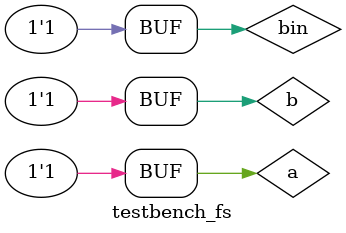
<source format=v>
module fs (d, bout, a, b, bin);

input a, b, bin;
output d, bout;
wire w0, w1, w2, w3, w4;

xor x1(w0, a, b);
not n1(w1, a);
and a1(w2, b, w1);
xor x2(d, w0, bin);
not n2(w3, w0);
and a2(w4, bin, w3);
or o1(bout, w4, w2);

endmodule

// Most. Sabrina Naorin Sumona
// ID 181472565

module testbench_fs;

reg a, b, bin;
wire d, bout;
fs f(d, bout, a, b, bin);
initial 
begin
a = 1'b0; b = 1'b0; bin = 1'b0;
#10; a = 1'b0; b = 1'b0; bin = 1'b1;
#10; a = 1'b0; b = 1'b1; bin = 1'b0;
#10; a = 1'b0; b = 1'b1; bin = 1'b1;
#10; a = 1'b1; b = 1'b0; bin = 1'b0;
#10; a = 1'b1; b = 1'b0; bin = 1'b1;
#10; a = 1'b1; b = 1'b1; bin = 1'b0;
#10; a = 1'b1; b = 1'b1; bin = 1'b1;
end

endmodule

</source>
